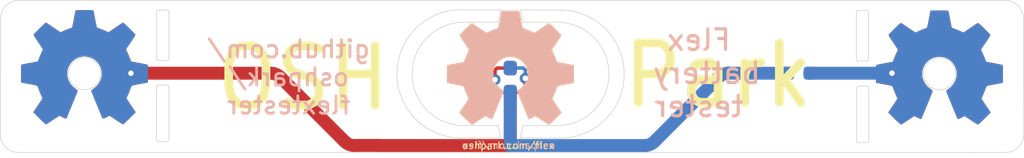
<source format=kicad_pcb>
(kicad_pcb (version 20201115) (generator pcbnew)
  (layers (0 "F.Cu" jumper) (31 "B.Cu" signal) (34 "B.Paste" user) (35 "F.Paste" user) (36 "B.SilkS" user "B.Silkscreen") (37 "F.SilkS" user "F.Silkscreen") (38 "B.Mask" user) (39 "F.Mask" user) (44 "Edge.Cuts" user))
  (net 0 "")
  (net 1 "GND")
  (net 2 "+3V3")
  (footprint "LED_SMD:LED_0603_1608Metric_Pad1.05x0.95mm_HandSolder" (layer "F.Cu") (at 153.21 96.03 90)
    (fp_text reference "D1" hide)
    (fp_text value "LED" hide)
    (pad "1" smd roundrect (at -0.875 0 90) (size 1.05 0.95) (layers "F.Cu" "F.Paste" "F.Mask") (net 1 "GND"))
    (pad "2" smd roundrect (at 0.875 0 90) (size 1.05 0.95) (layers "F.Cu" "F.Paste" "F.Mask") (net 2 "+3V3"))
  )
  (footprint "afterdark:OSHW-Logo2_14.6x12mm_Copper" (layer "F.Cu") (at 184.4218 96.5152)
    (fp_text reference "J2" hide)
    (fp_text value "Conn_01x01_Female" hide)
  )
  (footprint "afterdark:OSHW-Logo2_14.6x12mm_Copper" (layer "F.Cu") (at 122.2418 96.4952)
    (fp_text reference "J2" hide)
    (fp_text value "Conn_01x01_Female" hide)
    (fp_poly (pts (xy 0.209014 -5.547002) (xy 0.367006 -5.546137) (xy 0.481347 -5.543795) (xy 0.559407 -5.539238) (xy 0.608554 -5.53173) (xy 0.636159 -5.520534) (xy 0.649592 -5.504912) (xy 0.656221 -5.484127) (xy 0.656865 -5.481437) (xy 0.666935 -5.432887) (xy 0.685575 -5.337095) (xy 0.710845 -5.204257) (xy 0.740807 -5.044569) (xy 0.773522 -4.868226) (xy 0.774664 -4.862033) (xy 0.807433 -4.689218) (xy 0.838093 -4.536531) (xy 0.864664 -4.413129) (xy 0.885167 -4.328169) (xy 0.897626 -4.29081) (xy 0.89822 -4.290148) (xy 0.934919 -4.271905) (xy 1.010586 -4.241503) (xy 1.108878 -4.205507) (xy 1.109425 -4.205315) (xy 1.233233 -4.158778) (xy 1.379196 -4.099496) (xy 1.516781 -4.039891) (xy 1.523293 -4.036944) (xy 1.74739 -3.935235) (xy 2.243619 -4.274103) (xy 2.395846 -4.377408) (xy 2.533741 -4.469763) (xy 2.649315 -4.545916) (xy 2.734579 -4.600615) (xy 2.781544 -4.628607) (xy 2.786004 -4.630683) (xy 2.820134 -4.62144) (xy 2.883881 -4.576844) (xy 2.979731 -4.494791) (xy 3.110169 -4.373179) (xy 3.243328 -4.243795) (xy 3.371694 -4.116298) (xy 3.486581 -3.999954) (xy 3.581073 -3.901948) (xy 3.648253 -3.829464) (xy 3.681206 -3.789687) (xy 3.682432 -3.787639) (xy 3.686074 -3.760344) (xy 3.67235 -3.715766) (xy 3.637869 -3.647888) (xy 3.579239 -3.550689) (xy 3.49307 -3.418149) (xy 3.3782 -3.247524) (xy 3.276254 -3.097345) (xy 3.185123 -2.96265) (xy 3.110073 -2.85126) (xy 3.056369 -2.770995) (xy 3.02928 -2.729675) (xy 3.027574 -2.72687) (xy 3.030882 -2.687279) (xy 3.055953 -2.610331) (xy 3.097798 -2.510568) (xy 3.112712 -2.478709) (xy 3.177786 -2.336774) (xy 3.247212 -2.175727) (xy 3.303609 -2.036379) (xy 3.344247 -1.932956) (xy 3.376526 -1.854358) (xy 3.395178 -1.81328) (xy 3.397497 -1.810115) (xy 3.431803 -1.804872) (xy 3.512669 -1.790506) (xy 3.629343 -1.769063) (xy 3.771075 -1.742587) (xy 3.92711 -1.713123) (xy 4.086698 -1.682717) (xy 4.239085 -1.653412) (xy 4.373521 -1.627255) (xy 4.479252 -1.60629) (xy 4.545526 -1.592561) (xy 4.561782 -1.58868) (xy 4.578573 -1.5791) (xy 4.591249 -1.557464) (xy 4.600378 -1.516469) (xy 4.606531 -1.448811) (xy 4.61028 -1.347188) (xy 4.612192 -1.204297) (xy 4.61284 -1.012835) (xy 4.612874 -0.934355) (xy 4.612874 -0.296094) (xy 4.459598 -0.26584) (xy 4.374322 -0.249436) (xy 4.24707 -0.225491) (xy 4.093315 -0.196893) (xy 3.928534 -0.166533) (xy 3.882989 -0.158194) (xy 3.730932 -0.12863) (xy 3.598468 -0.099558) (xy 3.496714 -0.073671) (xy 3.436788 -0.053663) (xy 3.426805 -0.047699) (xy 3.402293 -0.005466) (xy 3.367148 0.07637) (xy 3.328173 0.181683) (xy 3.320442 0.204368) (xy 3.26936 0.345018) (xy 3.205954 0.503714) (xy 3.143904 0.646225) (xy 3.143598 0.646886) (xy 3.040267 0.87044) (xy 3.719961 1.870232) (xy 3.283621 2.3073) (xy 3.151649 2.437381) (xy 3.031279 2.552048) (xy 2.929273 2.645181) (xy 2.852391 2.710658) (xy 2.807393 2.742357) (xy 2.800938 2.744368) (xy 2.76304 2.728529) (xy 2.685708 2.684496) (xy 2.577389 2.61749) (xy 2.446532 2.532734) (xy 2.305052 2.437816) (xy 2.161461 2.340998) (xy 2.033435 2.256751) (xy 1.929105 2.190258) (xy 1.8566 2.146702) (xy 1.824158 2.131264) (xy 1.784576 2.144328) (xy 1.709519 2.17875) (xy 1.614468 2.22738) (xy 1.604392 2.232785) (xy 1.476391 2.29698) (xy 1.388618 2.328463) (xy 1.334028 2.328798) (xy 1.305575 2.299548) (xy 1.30541 2.299138) (xy 1.291188 2.264498) (xy 1.257269 2.182269) (xy 1.206284 2.058814) (xy 1.140862 1.900498) (xy 1.063634 1.713686) (xy 0.977229 1.504742) (xy 0.893551 1.302446) (xy 0.801588 1.0792) (xy 0.71715 0.872392) (xy 0.642769 0.688362) (xy 0.580974 0.533451) (xy 0.534297 0.413996) (xy 0.505268 0.336339) (xy 0.496322 0.307356) (xy 0.518756 0.27411) (xy 0.577439 0.221123) (xy 0.655689 0.162704) (xy 0.878534 -0.022048) (xy 1.052718 -0.233818) (xy 1.176154 -0.468144) (xy 1.246754 -0.720566) (xy 1.262431 -0.986623) (xy 1.251036 -1.109425) (xy 1.18895 -1.364207) (xy 1.082023 -1.589199) (xy 0.936889 -1.782183) (xy 0.760178 -1.940939) (xy 0.558522 -2.06325) (xy 0.338554 -2.146895) (xy 0.106906 -2.189656) (xy -0.129791 -2.189313) (xy -0.364905 -2.143648) (xy -0.591804 -2.050441) (xy -0.803856 -1.907473) (xy -0.892364 -1.826617) (xy -1.062111 -1.618993) (xy -1.180301 -1.392105) (xy -1.247722 -1.152567) (xy -1.26516 -0.906993) (xy -1.233402 -0.661997) (xy -1.153235 -0.424192) (xy -1.025445 -0.200193) (xy -0.85082 0.003387) (xy -0.655688 0.162704) (xy -0.574409 0.223602) (xy -0.516991 0.276015) (xy -0.496322 0.307406) (xy -0.507144 0.341639) (xy -0.537923 0.423419) (xy -0.586126 0.546407) (xy -0.649222 0.704263) (xy -0.724678 0.890649) (xy -0.809962 1.099226) (xy -0.893781 1.302496) (xy -0.986255 1.525933) (xy -1.071911 1.732984) (xy -1.148118 1.917286) (xy -1.212247 2.072475) (xy -1.261668 2.192188) (xy -1.293752 2.270061) (xy -1.305641 2.299138) (xy -1.333726 2.328677) (xy -1.388051 2.328591) (xy -1.475605 2.297326) (xy -1.603381 2.233329) (xy -1.604392 2.232785) (xy -1.700598 2.183121) (xy -1.778369 2.146945) (xy -1.822223 2.131408) (xy -1.824158 2.131264) (xy -1.857171 2.147024) (xy -1.930054 2.19085) (xy -2.034678 2.257557) (xy -2.16291 2.341964) (xy -2.305052 2.437816) (xy -2.449767 2.534867) (xy -2.580196 2.61927) (xy -2.68789 2.685801) (xy -2.764402 2.729238) (xy -2.800938 2.744368) (xy -2.834582 2.724482) (xy -2.902224 2.668903) (xy -2.997107 2.583754) (xy -3.11247 2.475153) (xy -3.241555 2.349221) (xy -3.283771 2.307149) (xy -3.720261 1.869931) (xy -3.388023 1.38234) (xy -3.287054 1.232605) (xy -3.198438 1.09822) (xy -3.127146 0.986969) (xy -3.07815 0.906639) (xy -3.056422 0.865014) (xy -3.055785 0.862053) (xy -3.06724 0.822818) (xy -3.098051 0.743895) (xy -3.142884 0.638509) (xy -3.174353 0.567954) (xy -3.233192 0.432876) (xy -3.288604 0.296409) (xy -3.331564 0.181103) (xy -3.343234 0.145977) (xy -3.376389 0.052174) (xy -3.408799 -0.020306) (xy -3.426601 -0.047699) (xy -3.465886 -0.064464) (xy -3.551626 -0.08823) (xy -3.672697 -0.116303) (xy -3.817973 -0.145991) (xy -3.882988 -0.158194) (xy -4.048087 -0.188532) (xy -4.206448 -0.217907) (xy -4.342596 -0.243431) (xy -4.441057 -0.262215) (xy -4.459598 -0.26584) (xy -4.612873 -0.296094) (xy -4.612873 -0.934355) (xy -4.612529 -1.14423) (xy -4.611116 -1.30302) (xy -4.608064 -1.418027) (xy -4.602803 -1.496554) (xy -4.594763 -1.545904) (xy -4.583373 -1.573381) (xy -4.568063 -1.586287) (xy -4.561782 -1.58868) (xy -4.523896 -1.597167) (xy -4.440195 -1.6141) (xy -4.321433 -1.637434) (xy -4.178361 -1.665125) (xy -4.021732 -1.695127) (xy -3.862297 -1.725396) (xy -3.710809 -1.753885) (xy -3.578019 -1.778551) (xy -3.474681 -1.797349) (xy -3.411545 -1.808233) (xy -3.397497 -1.810115) (xy -3.38477 -1.835296) (xy -3.3566 -1.902378) (xy -3.318252 -1.998667) (xy -3.303609 -2.036379) (xy -3.244548 -2.182079) (xy -3.175 -2.343049) (xy -3.112712 -2.478709) (xy -3.066879 -2.582439) (xy -3.036387 -2.667674) (xy -3.026208 -2.719874) (xy -3.027831 -2.72687) (xy -3.049343 -2.759898) (xy -3.098465 -2.833357) (xy -3.169923 -2.939423) (xy -3.258445 -3.070274) (xy -3.358759 -3.218088) (xy -3.378594 -3.247266) (xy -3.494988 -3.420137) (xy -3.580548 -3.551774) (xy -3.638684 -3.648239) (xy -3.672808 -3.715592) (xy -3.686331 -3.759894) (xy -3.682664 -3.787206) (xy -3.68257 -3.78738) (xy -3.653707 -3.823254) (xy -3.589867 -3.892609) (xy -3.497969 -3.988255) (xy -3.384933 -4.103001) (xy -3.257679 -4.229659) (xy -3.243328 -4.243795) (xy -3.082957 -4.399097) (xy -2.959195 -4.51313) (xy -2.869555 -4.587998) (xy -2.811552 -4.625804) (xy -2.786004 -4.630683) (xy -2.748718 -4.609397) (xy -2.671343 -4.560227) (xy -2.561867 -4.488425) (xy -2.42828 -4.399245) (xy -2.27857 -4.297937) (xy -2.243618 -4.274103) (xy -1.74739 -3.935235) (xy -1.523293 -4.036944) (xy -1.387011 -4.096217) (xy -1.240724 -4.15583) (xy -1.114965 -4.20336) (xy -1.109425 -4.205315) (xy -1.011057 -4.241323) (xy -0.935229 -4.271771) (xy -0.898282 -4.290095) (xy -0.89822 -4.290148) (xy -0.886496 -4.323271) (xy -0.866568 -4.404733) (xy -0.840413 -4.525375) (xy -0.81001 -4.676041) (xy -0.777337 -4.847572) (xy -0.774664 -4.862033) (xy -0.74189 -5.038765) (xy -0.711802 -5.19919) (xy -0.686339 -5.333112) (xy -0.667441 -5.430337) (xy -0.657047 -5.480668) (xy -0.656865 -5.481437) (xy -0.650539 -5.502847) (xy -0.638239 -5.519012) (xy -0.612594 -5.530669) (xy -0.566235 -5.538555) (xy -0.491792 -5.543407) (xy -0.381895 -5.545961) (xy -0.229175 -5.546955) (xy -0.026262 -5.547126) (xy 0 -5.547126) (xy 0.209014 -5.547002)) (layer "F.Cu") (width 0.01) (fill solid))
  )
  (footprint "afterdark:OSHW-Logo2_14.6x12mm_Copper" (layer "F.Cu") (at 153.22 96.54)
    (fp_text reference "J2" hide)
    (fp_text value "Conn_01x01_Female" hide)
  )
  (footprint "afterdark:OSHW-Logo2_14.6x12mm_Copper" (layer "F.Cu") (at 122.2418 96.4952)
    (fp_text reference "J2" hide)
    (fp_text value "Conn_01x01_Female" hide)
  )
  (footprint "afterdark:OSHW-Logo2_14.6x12mm_Copper" (layer "F.Cu") (at 184.4218 96.5152)
    (fp_text reference "J2" hide)
    (fp_text value "Conn_01x01_Female" hide)
    (fp_poly (pts (xy 0.209014 -5.547002) (xy 0.367006 -5.546137) (xy 0.481347 -5.543795) (xy 0.559407 -5.539238) (xy 0.608554 -5.53173) (xy 0.636159 -5.520534) (xy 0.649592 -5.504912) (xy 0.656221 -5.484127) (xy 0.656865 -5.481437) (xy 0.666935 -5.432887) (xy 0.685575 -5.337095) (xy 0.710845 -5.204257) (xy 0.740807 -5.044569) (xy 0.773522 -4.868226) (xy 0.774664 -4.862033) (xy 0.807433 -4.689218) (xy 0.838093 -4.536531) (xy 0.864664 -4.413129) (xy 0.885167 -4.328169) (xy 0.897626 -4.29081) (xy 0.89822 -4.290148) (xy 0.934919 -4.271905) (xy 1.010586 -4.241503) (xy 1.108878 -4.205507) (xy 1.109425 -4.205315) (xy 1.233233 -4.158778) (xy 1.379196 -4.099496) (xy 1.516781 -4.039891) (xy 1.523293 -4.036944) (xy 1.74739 -3.935235) (xy 2.243619 -4.274103) (xy 2.395846 -4.377408) (xy 2.533741 -4.469763) (xy 2.649315 -4.545916) (xy 2.734579 -4.600615) (xy 2.781544 -4.628607) (xy 2.786004 -4.630683) (xy 2.820134 -4.62144) (xy 2.883881 -4.576844) (xy 2.979731 -4.494791) (xy 3.110169 -4.373179) (xy 3.243328 -4.243795) (xy 3.371694 -4.116298) (xy 3.486581 -3.999954) (xy 3.581073 -3.901948) (xy 3.648253 -3.829464) (xy 3.681206 -3.789687) (xy 3.682432 -3.787639) (xy 3.686074 -3.760344) (xy 3.67235 -3.715766) (xy 3.637869 -3.647888) (xy 3.579239 -3.550689) (xy 3.49307 -3.418149) (xy 3.3782 -3.247524) (xy 3.276254 -3.097345) (xy 3.185123 -2.96265) (xy 3.110073 -2.85126) (xy 3.056369 -2.770995) (xy 3.02928 -2.729675) (xy 3.027574 -2.72687) (xy 3.030882 -2.687279) (xy 3.055953 -2.610331) (xy 3.097798 -2.510568) (xy 3.112712 -2.478709) (xy 3.177786 -2.336774) (xy 3.247212 -2.175727) (xy 3.303609 -2.036379) (xy 3.344247 -1.932956) (xy 3.376526 -1.854358) (xy 3.395178 -1.81328) (xy 3.397497 -1.810115) (xy 3.431803 -1.804872) (xy 3.512669 -1.790506) (xy 3.629343 -1.769063) (xy 3.771075 -1.742587) (xy 3.92711 -1.713123) (xy 4.086698 -1.682717) (xy 4.239085 -1.653412) (xy 4.373521 -1.627255) (xy 4.479252 -1.60629) (xy 4.545526 -1.592561) (xy 4.561782 -1.58868) (xy 4.578573 -1.5791) (xy 4.591249 -1.557464) (xy 4.600378 -1.516469) (xy 4.606531 -1.448811) (xy 4.61028 -1.347188) (xy 4.612192 -1.204297) (xy 4.61284 -1.012835) (xy 4.612874 -0.934355) (xy 4.612874 -0.296094) (xy 4.459598 -0.26584) (xy 4.374322 -0.249436) (xy 4.24707 -0.225491) (xy 4.093315 -0.196893) (xy 3.928534 -0.166533) (xy 3.882989 -0.158194) (xy 3.730932 -0.12863) (xy 3.598468 -0.099558) (xy 3.496714 -0.073671) (xy 3.436788 -0.053663) (xy 3.426805 -0.047699) (xy 3.402293 -0.005466) (xy 3.367148 0.07637) (xy 3.328173 0.181683) (xy 3.320442 0.204368) (xy 3.26936 0.345018) (xy 3.205954 0.503714) (xy 3.143904 0.646225) (xy 3.143598 0.646886) (xy 3.040267 0.87044) (xy 3.719961 1.870232) (xy 3.283621 2.3073) (xy 3.151649 2.437381) (xy 3.031279 2.552048) (xy 2.929273 2.645181) (xy 2.852391 2.710658) (xy 2.807393 2.742357) (xy 2.800938 2.744368) (xy 2.76304 2.728529) (xy 2.685708 2.684496) (xy 2.577389 2.61749) (xy 2.446532 2.532734) (xy 2.305052 2.437816) (xy 2.161461 2.340998) (xy 2.033435 2.256751) (xy 1.929105 2.190258) (xy 1.8566 2.146702) (xy 1.824158 2.131264) (xy 1.784576 2.144328) (xy 1.709519 2.17875) (xy 1.614468 2.22738) (xy 1.604392 2.232785) (xy 1.476391 2.29698) (xy 1.388618 2.328463) (xy 1.334028 2.328798) (xy 1.305575 2.299548) (xy 1.30541 2.299138) (xy 1.291188 2.264498) (xy 1.257269 2.182269) (xy 1.206284 2.058814) (xy 1.140862 1.900498) (xy 1.063634 1.713686) (xy 0.977229 1.504742) (xy 0.893551 1.302446) (xy 0.801588 1.0792) (xy 0.71715 0.872392) (xy 0.642769 0.688362) (xy 0.580974 0.533451) (xy 0.534297 0.413996) (xy 0.505268 0.336339) (xy 0.496322 0.307356) (xy 0.518756 0.27411) (xy 0.577439 0.221123) (xy 0.655689 0.162704) (xy 0.878534 -0.022048) (xy 1.052718 -0.233818) (xy 1.176154 -0.468144) (xy 1.246754 -0.720566) (xy 1.262431 -0.986623) (xy 1.251036 -1.109425) (xy 1.18895 -1.364207) (xy 1.082023 -1.589199) (xy 0.936889 -1.782183) (xy 0.760178 -1.940939) (xy 0.558522 -2.06325) (xy 0.338554 -2.146895) (xy 0.106906 -2.189656) (xy -0.129791 -2.189313) (xy -0.364905 -2.143648) (xy -0.591804 -2.050441) (xy -0.803856 -1.907473) (xy -0.892364 -1.826617) (xy -1.062111 -1.618993) (xy -1.180301 -1.392105) (xy -1.247722 -1.152567) (xy -1.26516 -0.906993) (xy -1.233402 -0.661997) (xy -1.153235 -0.424192) (xy -1.025445 -0.200193) (xy -0.85082 0.003387) (xy -0.655688 0.162704) (xy -0.574409 0.223602) (xy -0.516991 0.276015) (xy -0.496322 0.307406) (xy -0.507144 0.341639) (xy -0.537923 0.423419) (xy -0.586126 0.546407) (xy -0.649222 0.704263) (xy -0.724678 0.890649) (xy -0.809962 1.099226) (xy -0.893781 1.302496) (xy -0.986255 1.525933) (xy -1.071911 1.732984) (xy -1.148118 1.917286) (xy -1.212247 2.072475) (xy -1.261668 2.192188) (xy -1.293752 2.270061) (xy -1.305641 2.299138) (xy -1.333726 2.328677) (xy -1.388051 2.328591) (xy -1.475605 2.297326) (xy -1.603381 2.233329) (xy -1.604392 2.232785) (xy -1.700598 2.183121) (xy -1.778369 2.146945) (xy -1.822223 2.131408) (xy -1.824158 2.131264) (xy -1.857171 2.147024) (xy -1.930054 2.19085) (xy -2.034678 2.257557) (xy -2.16291 2.341964) (xy -2.305052 2.437816) (xy -2.449767 2.534867) (xy -2.580196 2.61927) (xy -2.68789 2.685801) (xy -2.764402 2.729238) (xy -2.800938 2.744368) (xy -2.834582 2.724482) (xy -2.902224 2.668903) (xy -2.997107 2.583754) (xy -3.11247 2.475153) (xy -3.241555 2.349221) (xy -3.283771 2.307149) (xy -3.720261 1.869931) (xy -3.388023 1.38234) (xy -3.287054 1.232605) (xy -3.198438 1.09822) (xy -3.127146 0.986969) (xy -3.07815 0.906639) (xy -3.056422 0.865014) (xy -3.055785 0.862053) (xy -3.06724 0.822818) (xy -3.098051 0.743895) (xy -3.142884 0.638509) (xy -3.174353 0.567954) (xy -3.233192 0.432876) (xy -3.288604 0.296409) (xy -3.331564 0.181103) (xy -3.343234 0.145977) (xy -3.376389 0.052174) (xy -3.408799 -0.020306) (xy -3.426601 -0.047699) (xy -3.465886 -0.064464) (xy -3.551626 -0.08823) (xy -3.672697 -0.116303) (xy -3.817973 -0.145991) (xy -3.882988 -0.158194) (xy -4.048087 -0.188532) (xy -4.206448 -0.217907) (xy -4.342596 -0.243431) (xy -4.441057 -0.262215) (xy -4.459598 -0.26584) (xy -4.612873 -0.296094) (xy -4.612873 -0.934355) (xy -4.612529 -1.14423) (xy -4.611116 -1.30302) (xy -4.608064 -1.418027) (xy -4.602803 -1.496554) (xy -4.594763 -1.545904) (xy -4.583373 -1.573381) (xy -4.568063 -1.586287) (xy -4.561782 -1.58868) (xy -4.523896 -1.597167) (xy -4.440195 -1.6141) (xy -4.321433 -1.637434) (xy -4.178361 -1.665125) (xy -4.021732 -1.695127) (xy -3.862297 -1.725396) (xy -3.710809 -1.753885) (xy -3.578019 -1.778551) (xy -3.474681 -1.797349) (xy -3.411545 -1.808233) (xy -3.397497 -1.810115) (xy -3.38477 -1.835296) (xy -3.3566 -1.902378) (xy -3.318252 -1.998667) (xy -3.303609 -2.036379) (xy -3.244548 -2.182079) (xy -3.175 -2.343049) (xy -3.112712 -2.478709) (xy -3.066879 -2.582439) (xy -3.036387 -2.667674) (xy -3.026208 -2.719874) (xy -3.027831 -2.72687) (xy -3.049343 -2.759898) (xy -3.098465 -2.833357) (xy -3.169923 -2.939423) (xy -3.258445 -3.070274) (xy -3.358759 -3.218088) (xy -3.378594 -3.247266) (xy -3.494988 -3.420137) (xy -3.580548 -3.551774) (xy -3.638684 -3.648239) (xy -3.672808 -3.715592) (xy -3.686331 -3.759894) (xy -3.682664 -3.787206) (xy -3.68257 -3.78738) (xy -3.653707 -3.823254) (xy -3.589867 -3.892609) (xy -3.497969 -3.988255) (xy -3.384933 -4.103001) (xy -3.257679 -4.229659) (xy -3.243328 -4.243795) (xy -3.082957 -4.399097) (xy -2.959195 -4.51313) (xy -2.869555 -4.587998) (xy -2.811552 -4.625804) (xy -2.786004 -4.630683) (xy -2.748718 -4.609397) (xy -2.671343 -4.560227) (xy -2.561867 -4.488425) (xy -2.42828 -4.399245) (xy -2.27857 -4.297937) (xy -2.243618 -4.274103) (xy -1.74739 -3.935235) (xy -1.523293 -4.036944) (xy -1.387011 -4.096217) (xy -1.240724 -4.15583) (xy -1.114965 -4.20336) (xy -1.109425 -4.205315) (xy -1.011057 -4.241323) (xy -0.935229 -4.271771) (xy -0.898282 -4.290095) (xy -0.89822 -4.290148) (xy -0.886496 -4.323271) (xy -0.866568 -4.404733) (xy -0.840413 -4.525375) (xy -0.81001 -4.676041) (xy -0.777337 -4.847572) (xy -0.774664 -4.862033) (xy -0.74189 -5.038765) (xy -0.711802 -5.19919) (xy -0.686339 -5.333112) (xy -0.667441 -5.430337) (xy -0.657047 -5.480668) (xy -0.656865 -5.481437) (xy -0.650539 -5.502847) (xy -0.638239 -5.519012) (xy -0.612594 -5.530669) (xy -0.566235 -5.538555) (xy -0.491792 -5.543407) (xy -0.381895 -5.545961) (xy -0.229175 -5.546955) (xy -0.026262 -5.547126) (xy 0 -5.547126) (xy 0.209014 -5.547002)) (layer "F.Cu") (width 0.01) (fill solid))
  )
  (footprint "LED_SMD:LED_0603_1608Metric_Pad1.05x0.95mm_HandSolder" (layer "B.Cu") (at 153.21 96.03 -90)
    (fp_text reference "D1" hide)
    (fp_text value "LED" hide)
    (pad "1" smd roundrect (at -0.875 0 270) (size 1.05 0.95) (layers "B.Cu" "B.Paste" "B.Mask") (net 1 "GND"))
    (pad "2" smd roundrect (at 0.875 0 270) (size 1.05 0.95) (layers "B.Cu" "B.Paste" "B.Mask") (net 2 "+3V3"))
  )
  (footprint "afterdark:OSHW-Logo2_14.6x12mm_Copper" (layer "B.Cu") (at 122.2418 96.4952 180)
    (fp_text reference "J2" hide)
    (fp_text value "Conn_01x01_Female" hide)
  )
  (footprint "afterdark:OSHW-Logo2_14.6x12mm_Copper" (layer "B.Cu") (at 184.4318 96.5152 180)
    (fp_text reference "J2" hide)
    (fp_text value "Conn_01x01_Female" hide)
  )
  (footprint "afterdark:OSHW-Logo2_14.6x12mm_Copper" (layer "B.Cu") (at 153.22 96.53 180)
    (fp_text reference "J2" hide)
    (fp_text value "Conn_01x01_Female" hide)
  )
  (footprint "afterdark:OSHW-Logo2_14.6x12mm_Copper" (layer "B.Cu") (at 184.4218 96.5152 180)
    (fp_text reference "J2" hide)
    (fp_text value "Conn_01x01_Female" hide)
    (fp_poly (pts (xy 0.209014 5.547002) (xy 0.367006 5.546137) (xy 0.481347 5.543795) (xy 0.559407 5.539238) (xy 0.608554 5.53173) (xy 0.636159 5.520534) (xy 0.649592 5.504912) (xy 0.656221 5.484127) (xy 0.656865 5.481437) (xy 0.666935 5.432887) (xy 0.685575 5.337095) (xy 0.710845 5.204257) (xy 0.740807 5.044569) (xy 0.773522 4.868226) (xy 0.774664 4.862033) (xy 0.807433 4.689218) (xy 0.838093 4.536531) (xy 0.864664 4.413129) (xy 0.885167 4.328169) (xy 0.897626 4.29081) (xy 0.89822 4.290148) (xy 0.934919 4.271905) (xy 1.010586 4.241503) (xy 1.108878 4.205507) (xy 1.109425 4.205315) (xy 1.233233 4.158778) (xy 1.379196 4.099496) (xy 1.516781 4.039891) (xy 1.523293 4.036944) (xy 1.74739 3.935235) (xy 2.243619 4.274103) (xy 2.395846 4.377408) (xy 2.533741 4.469763) (xy 2.649315 4.545916) (xy 2.734579 4.600615) (xy 2.781544 4.628607) (xy 2.786004 4.630683) (xy 2.820134 4.62144) (xy 2.883881 4.576844) (xy 2.979731 4.494791) (xy 3.110169 4.373179) (xy 3.243328 4.243795) (xy 3.371694 4.116298) (xy 3.486581 3.999954) (xy 3.581073 3.901948) (xy 3.648253 3.829464) (xy 3.681206 3.789687) (xy 3.682432 3.787639) (xy 3.686074 3.760344) (xy 3.67235 3.715766) (xy 3.637869 3.647888) (xy 3.579239 3.550689) (xy 3.49307 3.418149) (xy 3.3782 3.247524) (xy 3.276254 3.097345) (xy 3.185123 2.96265) (xy 3.110073 2.85126) (xy 3.056369 2.770995) (xy 3.02928 2.729675) (xy 3.027574 2.72687) (xy 3.030882 2.687279) (xy 3.055953 2.610331) (xy 3.097798 2.510568) (xy 3.112712 2.478709) (xy 3.177786 2.336774) (xy 3.247212 2.175727) (xy 3.303609 2.036379) (xy 3.344247 1.932956) (xy 3.376526 1.854358) (xy 3.395178 1.81328) (xy 3.397497 1.810115) (xy 3.431803 1.804872) (xy 3.512669 1.790506) (xy 3.629343 1.769063) (xy 3.771075 1.742587) (xy 3.92711 1.713123) (xy 4.086698 1.682717) (xy 4.239085 1.653412) (xy 4.373521 1.627255) (xy 4.479252 1.60629) (xy 4.545526 1.592561) (xy 4.561782 1.58868) (xy 4.578573 1.5791) (xy 4.591249 1.557464) (xy 4.600378 1.516469) (xy 4.606531 1.448811) (xy 4.61028 1.347188) (xy 4.612192 1.204297) (xy 4.61284 1.012835) (xy 4.612874 0.934355) (xy 4.612874 0.296094) (xy 4.459598 0.26584) (xy 4.374322 0.249436) (xy 4.24707 0.225491) (xy 4.093315 0.196893) (xy 3.928534 0.166533) (xy 3.882989 0.158194) (xy 3.730932 0.12863) (xy 3.598468 0.099558) (xy 3.496714 0.073671) (xy 3.436788 0.053663) (xy 3.426805 0.047699) (xy 3.402293 0.005466) (xy 3.367148 -0.07637) (xy 3.328173 -0.181683) (xy 3.320442 -0.204368) (xy 3.26936 -0.345018) (xy 3.205954 -0.503714) (xy 3.143904 -0.646225) (xy 3.143598 -0.646886) (xy 3.040267 -0.87044) (xy 3.719961 -1.870232) (xy 3.283621 -2.3073) (xy 3.151649 -2.437381) (xy 3.031279 -2.552048) (xy 2.929273 -2.645181) (xy 2.852391 -2.710658) (xy 2.807393 -2.742357) (xy 2.800938 -2.744368) (xy 2.76304 -2.728529) (xy 2.685708 -2.684496) (xy 2.577389 -2.61749) (xy 2.446532 -2.532734) (xy 2.305052 -2.437816) (xy 2.161461 -2.340998) (xy 2.033435 -2.256751) (xy 1.929105 -2.190258) (xy 1.8566 -2.146702) (xy 1.824158 -2.131264) (xy 1.784576 -2.144328) (xy 1.709519 -2.17875) (xy 1.614468 -2.22738) (xy 1.604392 -2.232785) (xy 1.476391 -2.29698) (xy 1.388618 -2.328463) (xy 1.334028 -2.328798) (xy 1.305575 -2.299548) (xy 1.30541 -2.299138) (xy 1.291188 -2.264498) (xy 1.257269 -2.182269) (xy 1.206284 -2.058814) (xy 1.140862 -1.900498) (xy 1.063634 -1.713686) (xy 0.977229 -1.504742) (xy 0.893551 -1.302446) (xy 0.801588 -1.0792) (xy 0.71715 -0.872392) (xy 0.642769 -0.688362) (xy 0.580974 -0.533451) (xy 0.534297 -0.413996) (xy 0.505268 -0.336339) (xy 0.496322 -0.307356) (xy 0.518756 -0.27411) (xy 0.577439 -0.221123) (xy 0.655689 -0.162704) (xy 0.878534 0.022048) (xy 1.052718 0.233818) (xy 1.176154 0.468144) (xy 1.246754 0.720566) (xy 1.262431 0.986623) (xy 1.251036 1.109425) (xy 1.18895 1.364207) (xy 1.082023 1.589199) (xy 0.936889 1.782183) (xy 0.760178 1.940939) (xy 0.558522 2.06325) (xy 0.338554 2.146895) (xy 0.106906 2.189656) (xy -0.129791 2.189313) (xy -0.364905 2.143648) (xy -0.591804 2.050441) (xy -0.803856 1.907473) (xy -0.892364 1.826617) (xy -1.062111 1.618993) (xy -1.180301 1.392105) (xy -1.247722 1.152567) (xy -1.26516 0.906993) (xy -1.233402 0.661997) (xy -1.153235 0.424192) (xy -1.025445 0.200193) (xy -0.85082 -0.003387) (xy -0.655688 -0.162704) (xy -0.574409 -0.223602) (xy -0.516991 -0.276015) (xy -0.496322 -0.307406) (xy -0.507144 -0.341639) (xy -0.537923 -0.423419) (xy -0.586126 -0.546407) (xy -0.649222 -0.704263) (xy -0.724678 -0.890649) (xy -0.809962 -1.099226) (xy -0.893781 -1.302496) (xy -0.986255 -1.525933) (xy -1.071911 -1.732984) (xy -1.148118 -1.917286) (xy -1.212247 -2.072475) (xy -1.261668 -2.192188) (xy -1.293752 -2.270061) (xy -1.305641 -2.299138) (xy -1.333726 -2.328677) (xy -1.388051 -2.328591) (xy -1.475605 -2.297326) (xy -1.603381 -2.233329) (xy -1.604392 -2.232785) (xy -1.700598 -2.183121) (xy -1.778369 -2.146945) (xy -1.822223 -2.131408) (xy -1.824158 -2.131264) (xy -1.857171 -2.147024) (xy -1.930054 -2.19085) (xy -2.034678 -2.257557) (xy -2.16291 -2.341964) (xy -2.305052 -2.437816) (xy -2.449767 -2.534867) (xy -2.580196 -2.61927) (xy -2.68789 -2.685801) (xy -2.764402 -2.729238) (xy -2.800938 -2.744368) (xy -2.834582 -2.724482) (xy -2.902224 -2.668903) (xy -2.997107 -2.583754) (xy -3.11247 -2.475153) (xy -3.241555 -2.349221) (xy -3.283771 -2.307149) (xy -3.720261 -1.869931) (xy -3.388023 -1.38234) (xy -3.287054 -1.232605) (xy -3.198438 -1.09822) (xy -3.127146 -0.986969) (xy -3.07815 -0.906639) (xy -3.056422 -0.865014) (xy -3.055785 -0.862053) (xy -3.06724 -0.822818) (xy -3.098051 -0.743895) (xy -3.142884 -0.638509) (xy -3.174353 -0.567954) (xy -3.233192 -0.432876) (xy -3.288604 -0.296409) (xy -3.331564 -0.181103) (xy -3.343234 -0.145977) (xy -3.376389 -0.052174) (xy -3.408799 0.020306) (xy -3.426601 0.047699) (xy -3.465886 0.064464) (xy -3.551626 0.08823) (xy -3.672697 0.116303) (xy -3.817973 0.145991) (xy -3.882988 0.158194) (xy -4.048087 0.188532) (xy -4.206448 0.217907) (xy -4.342596 0.243431) (xy -4.441057 0.262215) (xy -4.459598 0.26584) (xy -4.612873 0.296094) (xy -4.612873 0.934355) (xy -4.612529 1.14423) (xy -4.611116 1.30302) (xy -4.608064 1.418027) (xy -4.602803 1.496554) (xy -4.594763 1.545904) (xy -4.583373 1.573381) (xy -4.568063 1.586287) (xy -4.561782 1.58868) (xy -4.523896 1.597167) (xy -4.440195 1.6141) (xy -4.321433 1.637434) (xy -4.178361 1.665125) (xy -4.021732 1.695127) (xy -3.862297 1.725396) (xy -3.710809 1.753885) (xy -3.578019 1.778551) (xy -3.474681 1.797349) (xy -3.411545 1.808233) (xy -3.397497 1.810115) (xy -3.38477 1.835296) (xy -3.3566 1.902378) (xy -3.318252 1.998667) (xy -3.303609 2.036379) (xy -3.244548 2.182079) (xy -3.175 2.343049) (xy -3.112712 2.478709) (xy -3.066879 2.582439) (xy -3.036387 2.667674) (xy -3.026208 2.719874) (xy -3.027831 2.72687) (xy -3.049343 2.759898) (xy -3.098465 2.833357) (xy -3.169923 2.939423) (xy -3.258445 3.070274) (xy -3.358759 3.218088) (xy -3.378594 3.247266) (xy -3.494988 3.420137) (xy -3.580548 3.551774) (xy -3.638684 3.648239) (xy -3.672808 3.715592) (xy -3.686331 3.759894) (xy -3.682664 3.787206) (xy -3.68257 3.78738) (xy -3.653707 3.823254) (xy -3.589867 3.892609) (xy -3.497969 3.988255) (xy -3.384933 4.103001) (xy -3.257679 4.229659) (xy -3.243328 4.243795) (xy -3.082957 4.399097) (xy -2.959195 4.51313) (xy -2.869555 4.587998) (xy -2.811552 4.625804) (xy -2.786004 4.630683) (xy -2.748718 4.609397) (xy -2.671343 4.560227) (xy -2.561867 4.488425) (xy -2.42828 4.399245) (xy -2.27857 4.297937) (xy -2.243618 4.274103) (xy -1.74739 3.935235) (xy -1.523293 4.036944) (xy -1.387011 4.096217) (xy -1.240724 4.15583) (xy -1.114965 4.20336) (xy -1.109425 4.205315) (xy -1.011057 4.241323) (xy -0.935229 4.271771) (xy -0.898282 4.290095) (xy -0.89822 4.290148) (xy -0.886496 4.323271) (xy -0.866568 4.404733) (xy -0.840413 4.525375) (xy -0.81001 4.676041) (xy -0.777337 4.847572) (xy -0.774664 4.862033) (xy -0.74189 5.038765) (xy -0.711802 5.19919) (xy -0.686339 5.333112) (xy -0.667441 5.430337) (xy -0.657047 5.480668) (xy -0.656865 5.481437) (xy -0.650539 5.502847) (xy -0.638239 5.519012) (xy -0.612594 5.530669) (xy -0.566235 5.538555) (xy -0.491792 5.543407) (xy -0.381895 5.545961) (xy -0.229175 5.546955) (xy -0.026262 5.547126) (xy 0 5.547126) (xy 0.209014 5.547002)) (layer "B.Cu") (width 0.01) (fill solid))
  )
  (footprint "Resistor_SMD:R_0603_1608Metric" (layer "B.Cu") (at 174.1932 95.5294)
    (fp_text reference "REF**" hide)
    (fp_text value "R_0603" hide)
    (pad "1" smd roundrect (at -0.7875 0) (size 0.875 0.95) (layers "B.Cu" "B.Paste" "B.Mask"))
    (pad "2" smd roundrect (at 0.7875 0) (size 0.875 0.95) (layers "B.Cu" "B.Paste" "B.Mask") (net 2 "+3V3"))
  )
  (footprint "afterdark:OSHW-Logo2_14.6x12mm_Copper" (layer "B.Cu") (at 122.2418 96.4952 180)
    (fp_text reference "J2" hide)
    (fp_text value "Conn_01x01_Female" hide)
    (fp_poly (pts (xy 0.209014 5.547002) (xy 0.367006 5.546137) (xy 0.481347 5.543795) (xy 0.559407 5.539238) (xy 0.608554 5.53173) (xy 0.636159 5.520534) (xy 0.649592 5.504912) (xy 0.656221 5.484127) (xy 0.656865 5.481437) (xy 0.666935 5.432887) (xy 0.685575 5.337095) (xy 0.710845 5.204257) (xy 0.740807 5.044569) (xy 0.773522 4.868226) (xy 0.774664 4.862033) (xy 0.807433 4.689218) (xy 0.838093 4.536531) (xy 0.864664 4.413129) (xy 0.885167 4.328169) (xy 0.897626 4.29081) (xy 0.89822 4.290148) (xy 0.934919 4.271905) (xy 1.010586 4.241503) (xy 1.108878 4.205507) (xy 1.109425 4.205315) (xy 1.233233 4.158778) (xy 1.379196 4.099496) (xy 1.516781 4.039891) (xy 1.523293 4.036944) (xy 1.74739 3.935235) (xy 2.243619 4.274103) (xy 2.395846 4.377408) (xy 2.533741 4.469763) (xy 2.649315 4.545916) (xy 2.734579 4.600615) (xy 2.781544 4.628607) (xy 2.786004 4.630683) (xy 2.820134 4.62144) (xy 2.883881 4.576844) (xy 2.979731 4.494791) (xy 3.110169 4.373179) (xy 3.243328 4.243795) (xy 3.371694 4.116298) (xy 3.486581 3.999954) (xy 3.581073 3.901948) (xy 3.648253 3.829464) (xy 3.681206 3.789687) (xy 3.682432 3.787639) (xy 3.686074 3.760344) (xy 3.67235 3.715766) (xy 3.637869 3.647888) (xy 3.579239 3.550689) (xy 3.49307 3.418149) (xy 3.3782 3.247524) (xy 3.276254 3.097345) (xy 3.185123 2.96265) (xy 3.110073 2.85126) (xy 3.056369 2.770995) (xy 3.02928 2.729675) (xy 3.027574 2.72687) (xy 3.030882 2.687279) (xy 3.055953 2.610331) (xy 3.097798 2.510568) (xy 3.112712 2.478709) (xy 3.177786 2.336774) (xy 3.247212 2.175727) (xy 3.303609 2.036379) (xy 3.344247 1.932956) (xy 3.376526 1.854358) (xy 3.395178 1.81328) (xy 3.397497 1.810115) (xy 3.431803 1.804872) (xy 3.512669 1.790506) (xy 3.629343 1.769063) (xy 3.771075 1.742587) (xy 3.92711 1.713123) (xy 4.086698 1.682717) (xy 4.239085 1.653412) (xy 4.373521 1.627255) (xy 4.479252 1.60629) (xy 4.545526 1.592561) (xy 4.561782 1.58868) (xy 4.578573 1.5791) (xy 4.591249 1.557464) (xy 4.600378 1.516469) (xy 4.606531 1.448811) (xy 4.61028 1.347188) (xy 4.612192 1.204297) (xy 4.61284 1.012835) (xy 4.612874 0.934355) (xy 4.612874 0.296094) (xy 4.459598 0.26584) (xy 4.374322 0.249436) (xy 4.24707 0.225491) (xy 4.093315 0.196893) (xy 3.928534 0.166533) (xy 3.882989 0.158194) (xy 3.730932 0.12863) (xy 3.598468 0.099558) (xy 3.496714 0.073671) (xy 3.436788 0.053663) (xy 3.426805 0.047699) (xy 3.402293 0.005466) (xy 3.367148 -0.07637) (xy 3.328173 -0.181683) (xy 3.320442 -0.204368) (xy 3.26936 -0.345018) (xy 3.205954 -0.503714) (xy 3.143904 -0.646225) (xy 3.143598 -0.646886) (xy 3.040267 -0.87044) (xy 3.719961 -1.870232) (xy 3.283621 -2.3073) (xy 3.151649 -2.437381) (xy 3.031279 -2.552048) (xy 2.929273 -2.645181) (xy 2.852391 -2.710658) (xy 2.807393 -2.742357) (xy 2.800938 -2.744368) (xy 2.76304 -2.728529) (xy 2.685708 -2.684496) (xy 2.577389 -2.61749) (xy 2.446532 -2.532734) (xy 2.305052 -2.437816) (xy 2.161461 -2.340998) (xy 2.033435 -2.256751) (xy 1.929105 -2.190258) (xy 1.8566 -2.146702) (xy 1.824158 -2.131264) (xy 1.784576 -2.144328) (xy 1.709519 -2.17875) (xy 1.614468 -2.22738) (xy 1.604392 -2.232785) (xy 1.476391 -2.29698) (xy 1.388618 -2.328463) (xy 1.334028 -2.328798) (xy 1.305575 -2.299548) (xy 1.30541 -2.299138) (xy 1.291188 -2.264498) (xy 1.257269 -2.182269) (xy 1.206284 -2.058814) (xy 1.140862 -1.900498) (xy 1.063634 -1.713686) (xy 0.977229 -1.504742) (xy 0.893551 -1.302446) (xy 0.801588 -1.0792) (xy 0.71715 -0.872392) (xy 0.642769 -0.688362) (xy 0.580974 -0.533451) (xy 0.534297 -0.413996) (xy 0.505268 -0.336339) (xy 0.496322 -0.307356) (xy 0.518756 -0.27411) (xy 0.577439 -0.221123) (xy 0.655689 -0.162704) (xy 0.878534 0.022048) (xy 1.052718 0.233818) (xy 1.176154 0.468144) (xy 1.246754 0.720566) (xy 1.262431 0.986623) (xy 1.251036 1.109425) (xy 1.18895 1.364207) (xy 1.082023 1.589199) (xy 0.936889 1.782183) (xy 0.760178 1.940939) (xy 0.558522 2.06325) (xy 0.338554 2.146895) (xy 0.106906 2.189656) (xy -0.129791 2.189313) (xy -0.364905 2.143648) (xy -0.591804 2.050441) (xy -0.803856 1.907473) (xy -0.892364 1.826617) (xy -1.062111 1.618993) (xy -1.180301 1.392105) (xy -1.247722 1.152567) (xy -1.26516 0.906993) (xy -1.233402 0.661997) (xy -1.153235 0.424192) (xy -1.025445 0.200193) (xy -0.85082 -0.003387) (xy -0.655688 -0.162704) (xy -0.574409 -0.223602) (xy -0.516991 -0.276015) (xy -0.496322 -0.307406) (xy -0.507144 -0.341639) (xy -0.537923 -0.423419) (xy -0.586126 -0.546407) (xy -0.649222 -0.704263) (xy -0.724678 -0.890649) (xy -0.809962 -1.099226) (xy -0.893781 -1.302496) (xy -0.986255 -1.525933) (xy -1.071911 -1.732984) (xy -1.148118 -1.917286) (xy -1.212247 -2.072475) (xy -1.261668 -2.192188) (xy -1.293752 -2.270061) (xy -1.305641 -2.299138) (xy -1.333726 -2.328677) (xy -1.388051 -2.328591) (xy -1.475605 -2.297326) (xy -1.603381 -2.233329) (xy -1.604392 -2.232785) (xy -1.700598 -2.183121) (xy -1.778369 -2.146945) (xy -1.822223 -2.131408) (xy -1.824158 -2.131264) (xy -1.857171 -2.147024) (xy -1.930054 -2.19085) (xy -2.034678 -2.257557) (xy -2.16291 -2.341964) (xy -2.305052 -2.437816) (xy -2.449767 -2.534867) (xy -2.580196 -2.61927) (xy -2.68789 -2.685801) (xy -2.764402 -2.729238) (xy -2.800938 -2.744368) (xy -2.834582 -2.724482) (xy -2.902224 -2.668903) (xy -2.997107 -2.583754) (xy -3.11247 -2.475153) (xy -3.241555 -2.349221) (xy -3.283771 -2.307149) (xy -3.720261 -1.869931) (xy -3.388023 -1.38234) (xy -3.287054 -1.232605) (xy -3.198438 -1.09822) (xy -3.127146 -0.986969) (xy -3.07815 -0.906639) (xy -3.056422 -0.865014) (xy -3.055785 -0.862053) (xy -3.06724 -0.822818) (xy -3.098051 -0.743895) (xy -3.142884 -0.638509) (xy -3.174353 -0.567954) (xy -3.233192 -0.432876) (xy -3.288604 -0.296409) (xy -3.331564 -0.181103) (xy -3.343234 -0.145977) (xy -3.376389 -0.052174) (xy -3.408799 0.020306) (xy -3.426601 0.047699) (xy -3.465886 0.064464) (xy -3.551626 0.08823) (xy -3.672697 0.116303) (xy -3.817973 0.145991) (xy -3.882988 0.158194) (xy -4.048087 0.188532) (xy -4.206448 0.217907) (xy -4.342596 0.243431) (xy -4.441057 0.262215) (xy -4.459598 0.26584) (xy -4.612873 0.296094) (xy -4.612873 0.934355) (xy -4.612529 1.14423) (xy -4.611116 1.30302) (xy -4.608064 1.418027) (xy -4.602803 1.496554) (xy -4.594763 1.545904) (xy -4.583373 1.573381) (xy -4.568063 1.586287) (xy -4.561782 1.58868) (xy -4.523896 1.597167) (xy -4.440195 1.6141) (xy -4.321433 1.637434) (xy -4.178361 1.665125) (xy -4.021732 1.695127) (xy -3.862297 1.725396) (xy -3.710809 1.753885) (xy -3.578019 1.778551) (xy -3.474681 1.797349) (xy -3.411545 1.808233) (xy -3.397497 1.810115) (xy -3.38477 1.835296) (xy -3.3566 1.902378) (xy -3.318252 1.998667) (xy -3.303609 2.036379) (xy -3.244548 2.182079) (xy -3.175 2.343049) (xy -3.112712 2.478709) (xy -3.066879 2.582439) (xy -3.036387 2.667674) (xy -3.026208 2.719874) (xy -3.027831 2.72687) (xy -3.049343 2.759898) (xy -3.098465 2.833357) (xy -3.169923 2.939423) (xy -3.258445 3.070274) (xy -3.358759 3.218088) (xy -3.378594 3.247266) (xy -3.494988 3.420137) (xy -3.580548 3.551774) (xy -3.638684 3.648239) (xy -3.672808 3.715592) (xy -3.686331 3.759894) (xy -3.682664 3.787206) (xy -3.68257 3.78738) (xy -3.653707 3.823254) (xy -3.589867 3.892609) (xy -3.497969 3.988255) (xy -3.384933 4.103001) (xy -3.257679 4.229659) (xy -3.243328 4.243795) (xy -3.082957 4.399097) (xy -2.959195 4.51313) (xy -2.869555 4.587998) (xy -2.811552 4.625804) (xy -2.786004 4.630683) (xy -2.748718 4.609397) (xy -2.671343 4.560227) (xy -2.561867 4.488425) (xy -2.42828 4.399245) (xy -2.27857 4.297937) (xy -2.243618 4.274103) (xy -1.74739 3.935235) (xy -1.523293 4.036944) (xy -1.387011 4.096217) (xy -1.240724 4.15583) (xy -1.114965 4.20336) (xy -1.109425 4.205315) (xy -1.011057 4.241323) (xy -0.935229 4.271771) (xy -0.898282 4.290095) (xy -0.89822 4.290148) (xy -0.886496 4.323271) (xy -0.866568 4.404733) (xy -0.840413 4.525375) (xy -0.81001 4.676041) (xy -0.777337 4.847572) (xy -0.774664 4.862033) (xy -0.74189 5.038765) (xy -0.711802 5.19919) (xy -0.686339 5.333112) (xy -0.667441 5.430337) (xy -0.657047 5.480668) (xy -0.656865 5.481437) (xy -0.650539 5.502847) (xy -0.638239 5.519012) (xy -0.612594 5.530669) (xy -0.566235 5.538555) (xy -0.491792 5.543407) (xy -0.381895 5.545961) (xy -0.229175 5.546955) (xy -0.026262 5.547126) (xy 0 5.547126) (xy 0.209014 5.547002)) (layer "B.Cu") (width 0.01) (fill solid))
  )
  (gr_line (start 120.9421 101.28758) (end 117.43714 101.28758) (layer "Edge.Cuts") (width 0.05))
  (gr_line (start 184.70118 101.28758) (end 120.9421 101.28758) (layer "Edge.Cuts") (width 0.05))
  (gr_arc (start 117.43714 99.972866) (end 117.43714 101.28758) (angle 90) (layer "Edge.Cuts") (width 0.05))
  (gr_line (start 116.145286 91.545674) (end 116.122426 99.972866) (layer "Edge.Cuts") (width 0.05))
  (gr_arc (start 128.248603 91.064197) (end 128.248603 90.937197) (angle 90) (layer "Edge.Cuts") (width 0.05))
  (gr_circle (center 122.2418 95.5554) (end 123.4102 95.5554) (layer "Edge.Cuts") (width 0.05) (fill none))
  (gr_line (start 153.925 100.242032) (end 156.8325 100.25184) (layer "Edge.Cuts") (width 0.05))
  (gr_line (start 178.396697 100.448704) (end 178.396697 96.600104) (layer "Edge.Cuts") (width 0.05))
  (gr_arc (start 149.625 95.575) (end 149.625 100.235096) (angle 180) (layer "Edge.Cuts") (width 0.05))
  (gr_arc (start 178.523697 100.448704) (end 178.523697 100.575704) (angle 90) (layer "Edge.Cuts") (width 0.05))
  (gr_line (start 184.72404 90.23096) (end 189.22 90.23) (layer "Edge.Cuts") (width 0.05))
  (gr_arc (start 178.5042 94.511704) (end 178.5042 94.638704) (angle 90) (layer "Edge.Cuts") (width 0.05))
  (gr_arc (start 178.523697 96.600104) (end 178.396697 96.600104) (angle 90) (layer "Edge.Cuts") (width 0.05))
  (gr_line (start 128.3728 96.5257) (end 128.3728 100.3743) (layer "Edge.Cuts") (width 0.05))
  (gr_line (start 127.617 96.3987) (end 128.2458 96.3987) (layer "Edge.Cuts") (width 0.05))
  (gr_line (start 154.15 99.341648) (end 153.925 100.242032) (layer "Edge.Cuts") (width 0.05))
  (gr_line (start 190.534714 91.544714) (end 190.557574 99.971906) (layer "Edge.Cuts") (width 0.05))
  (gr_arc (start 127.617 96.5257) (end 127.49 96.5257) (angle 90) (layer "Edge.Cuts") (width 0.05))
  (gr_arc (start 127.619803 91.064197) (end 127.492803 91.064197) (angle 90) (layer "Edge.Cuts") (width 0.05))
  (gr_arc (start 156.6275 95.583324) (end 156.6275 91.825) (angle 180) (layer "Edge.Cuts") (width 0.05))
  (gr_arc (start 149.83 95.58342) (end 149.83 99.341744) (angle 180) (layer "Edge.Cuts") (width 0.05))
  (gr_line (start 178.5042 90.965901) (end 179.133 90.965901) (layer "Edge.Cuts") (width 0.05))
  (gr_line (start 128.2458 100.5013) (end 127.617 100.5013) (layer "Edge.Cuts") (width 0.05))
  (gr_line (start 153.925 90.92184) (end 156.8325 90.931648) (layer "Edge.Cuts") (width 0.05))
  (gr_line (start 127.492803 94.483) (end 127.492803 91.064197) (layer "Edge.Cuts") (width 0.05))
  (gr_line (start 183.89854 90.23096) (end 184.72404 90.23096) (layer "Edge.Cuts") (width 0.05))
  (gr_arc (start 127.619803 94.483) (end 127.619803 94.61) (angle 90) (layer "Edge.Cuts") (width 0.05))
  (gr_line (start 152.3075 99.341744) (end 152.5325 100.244904) (layer "Edge.Cuts") (width 0.05))
  (gr_line (start 127.619803 90.937197) (end 128.248603 90.937197) (layer "Edge.Cuts") (width 0.05))
  (gr_arc (start 128.248603 94.483) (end 128.375603 94.483) (angle 90) (layer "Edge.Cuts") (width 0.05))
  (gr_arc (start 189.22 91.544714) (end 189.22 90.23) (angle 90) (layer "Edge.Cuts") (width 0.05))
  (gr_arc (start 127.617 100.3743) (end 127.617 100.5013) (angle 90) (layer "Edge.Cuts") (width 0.05))
  (gr_arc (start 156.8325 95.591744) (end 156.8325 90.931648) (angle 180) (layer "Edge.Cuts") (width 0.05))
  (gr_line (start 184.70118 101.28758) (end 186.28 101.294714) (layer "Edge.Cuts") (width 0.05))
  (gr_line (start 117.46 90.23096) (end 183.89854 90.23096) (layer "Edge.Cuts") (width 0.05))
  (gr_line (start 149.83 99.341744) (end 152.3075 99.341744) (layer "Edge.Cuts") (width 0.05))
  (gr_line (start 154.15 91.825) (end 153.925 90.92184) (layer "Edge.Cuts") (width 0.05))
  (gr_circle (center 184.4316 95.57) (end 185.6 95.57) (layer "Edge.Cuts") (width 0.05) (fill none))
  (gr_arc (start 179.133 94.511704) (end 179.26 94.511704) (angle 90) (layer "Edge.Cuts") (width 0.05))
  (gr_line (start 152.3075 91.825096) (end 152.5325 90.924712) (layer "Edge.Cuts") (width 0.05))
  (gr_line (start 156.6275 91.825) (end 154.15 91.825) (layer "Edge.Cuts") (width 0.05))
  (gr_line (start 152.5325 90.924712) (end 149.625 90.914904) (layer "Edge.Cuts") (width 0.05))
  (gr_line (start 128.375603 91.064197) (end 128.375603 94.483) (layer "Edge.Cuts") (width 0.05))
  (gr_line (start 178.3772 94.511704) (end 178.3772 91.092901) (layer "Edge.Cuts") (width 0.05))
  (gr_arc (start 117.46 91.545674) (end 117.46 90.23096) (angle -90) (layer "Edge.Cuts") (width 0.05))
  (gr_arc (start 179.152497 96.600104) (end 179.152497 96.473104) (angle 90) (layer "Edge.Cuts") (width 0.05))
  (gr_arc (start 179.152497 100.448704) (end 179.279497 100.448704) (angle 90) (layer "Edge.Cuts") (width 0.05))
  (gr_line (start 179.133 94.638704) (end 178.5042 94.638704) (layer "Edge.Cuts") (width 0.05))
  (gr_arc (start 179.133 91.092901) (end 179.133 90.965901) (angle 90) (layer "Edge.Cuts") (width 0.05))
  (gr_line (start 186.28 101.294714) (end 189.24286 101.28662) (layer "Edge.Cuts") (width 0.05))
  (gr_line (start 152.3075 91.825096) (end 149.83 91.825096) (layer "Edge.Cuts") (width 0.05))
  (gr_line (start 179.26 91.092901) (end 179.26 94.511704) (layer "Edge.Cuts") (width 0.05))
  (gr_arc (start 178.5042 91.092901) (end 178.3772 91.092901) (angle 90) (layer "Edge.Cuts") (width 0.05))
  (gr_line (start 154.15 99.341648) (end 156.6275 99.341648) (layer "Edge.Cuts") (width 0.05))
  (gr_line (start 178.523697 96.473104) (end 179.152497 96.473104) (layer "Edge.Cuts") (width 0.05))
  (gr_line (start 152.5325 100.244904) (end 149.625 100.235096) (layer "Edge.Cuts") (width 0.05))
  (gr_line (start 179.279497 96.600104) (end 179.279497 100.448704) (layer "Edge.Cuts") (width 0.05))
  (gr_arc (start 128.2458 96.5257) (end 128.2458 96.3987) (angle 90) (layer "Edge.Cuts") (width 0.05))
  (gr_arc (start 189.24286 99.971906) (end 189.24286 101.28662) (angle -90) (layer "Edge.Cuts") (width 0.05))
  (gr_line (start 128.248603 94.61) (end 127.619803 94.61) (layer "Edge.Cuts") (width 0.05))
  (gr_line (start 179.152497 100.575704) (end 178.523697 100.575704) (layer "Edge.Cuts") (width 0.05))
  (gr_line (start 127.49 100.3743) (end 127.49 96.5257) (layer "Edge.Cuts") (width 0.05))
  (gr_arc (start 128.2458 100.3743) (end 128.3728 100.3743) (angle 90) (layer "Edge.Cuts") (width 0.05))
  (gr_text "github.com/\noshpark/\nflextester" (at 137.09 95.82) (layer "B.SilkS") (effects (font (size 1.27 1.27) (thickness 0.2032)) (justify mirror)))
  (gr_text "oshpark.com/flex" (at 153.1112 100.76307) (layer "B.SilkS") (effects (font (size 0.508 0.508) (thickness 0.0762)) (justify mirror)))
  (gr_text "Flex\nbattery \ntester" (at 166.93 95.53) (layer "B.SilkS") (effects (font (size 1.5 1.5) (thickness 0.2286)) (justify mirror)))
  (gr_text "OSH" (at 138.1506 95.885) (layer "F.SilkS") (effects (font (size 4.318 4.064) (thickness 0.635))))
  (gr_text "Park" (at 168.3258 95.6818) (layer "F.SilkS") (effects (font (size 4.318 4.064) (thickness 0.635))))
  (gr_text "oshpark.com/flex" (at 153.0604 100.7872) (layer "F.SilkS") (effects (font (size 0.508 0.508) (thickness 0.0762))))
  (segment (start 125.62 95.53) (end 125.6206 95.5294) (width 0.25) (layer "F.Cu") (net 1))
  (segment (start 141.85 100.78) (end 143.635858 100.78) (width 0.9398) (layer "F.Cu") (net 1))
  (segment (start 153.21 100.79) (end 143.65 100.79) (width 0.9398) (layer "F.Cu") (net 1))
  (segment (start 154.3 96.7) (end 154.095 96.905) (width 0.25) (layer "F.Cu") (net 1))
  (segment (start 135.3394 95.5294) (end 135.3388 95.53) (width 0.25) (layer "F.Cu") (net 1))
  (segment (start 125.62 95.53) (end 135.785786 95.53) (width 0.9398) (layer "F.Cu") (net 1))
  (segment (start 136.492893 95.822893) (end 141.167107 100.497107) (width 0.9398) (layer "F.Cu") (net 1))
  (segment (start 153.21 96.85) (end 153.21 100.79) (width 0.9398) (layer "F.Cu") (net 1))
  (segment (start 154.3 95.9) (end 154.3 96.7) (width 0.25) (layer "F.Cu") (net 1))
  (segment (start 154.095 96.905) (end 153.21 96.905) (width 0.25) (layer "F.Cu") (net 1))
  (via (at 125.62 95.53) (size 0.8) (drill 0.4) (layers "F.Cu" "B.Cu") (net 1))
  (via (at 154.3 95.9) (size 0.8) (drill 0.4) (layers "F.Cu" "B.Cu") (net 1))
  (arc (start 141.167107 100.497107) (mid 141.49153 100.71388) (end 141.874213 100.79) (width 0.9398) (layer "F.Cu") (net 1))
  (arc (start 135.785786 95.53) (mid 136.168469 95.60612) (end 136.492893 95.822893) (width 0.9398) (layer "F.Cu") (net 1))
  (arc (start 143.635858 100.78) (mid 143.639685 100.780761) (end 143.642929 100.782929) (width 0.9398) (layer "F.Cu") (net 1))
  (segment (start 154.3 95.3) (end 154.3 95.9) (width 0.25) (layer "B.Cu") (net 1))
  (segment (start 153.21 95.155) (end 154.155 95.155) (width 0.25) (layer "B.Cu") (net 1))
  (segment (start 154.155 95.155) (end 154.3 95.3) (width 0.25) (layer "B.Cu") (net 1))
  (segment (start 152.1 95.3) (end 152.1 96) (width 0.25) (layer "F.Cu") (net 2))
  (segment (start 153.21 95.155) (end 152.245 95.155) (width 0.25) (layer "F.Cu") (net 2))
  (segment (start 152.245 95.155) (end 152.1 95.3) (width 0.25) (layer "F.Cu") (net 2))
  (via (at 180.9674 95.5246) (size 0.8) (drill 0.4) (layers "F.Cu" "B.Cu") (net 2))
  (via (at 152.1 96) (size 0.8) (drill 0.4) (layers "F.Cu" "B.Cu") (net 2))
  (segment (start 152.1 96.7) (end 152.305 96.905) (width 0.25) (layer "B.Cu") (net 2))
  (segment (start 163.692893 100.497107) (end 168.367707 95.822293) (width 0.9398) (layer "B.Cu") (net 2))
  (segment (start 173.4057 95.5294) (end 169.061754 95.5294) (width 0.9398) (layer "B.Cu") (net 2))
  (segment (start 153.21 100.79) (end 162.985786 100.79) (width 0.9398) (layer "B.Cu") (net 2))
  (segment (start 153.21 100.79) (end 153.21 96.85) (width 0.9398) (layer "B.Cu") (net 2))
  (segment (start 152.305 96.905) (end 153.21 96.905) (width 0.25) (layer "B.Cu") (net 2))
  (segment (start 152.1 96) (end 152.1 96.7) (width 0.25) (layer "B.Cu") (net 2))
  (segment (start 180.9626 95.5294) (end 180.9674 95.5246) (width 0.9398) (layer "B.Cu") (net 2))
  (segment (start 174.9807 95.5294) (end 180.9626 95.5294) (width 0.9398) (layer "B.Cu") (net 2))
  (arc (start 162.985786 100.79) (mid 163.368469 100.71388) (end 163.692893 100.497107) (width 0.9398) (layer "B.Cu") (net 2))
  (arc (start 169.061754 95.5294) (mid 169.05958 95.528967) (end 169.057736 95.527736) (width 0.9398) (layer "B.Cu") (net 2))
  (arc (start 168.367707 95.822293) (mid 168.69213 95.60552) (end 169.074813 95.5294) (width 0.9398) (layer "B.Cu") (net 2))
  (arc (start 169.053718 95.523718) (mid 169.060011 95.527923) (end 169.067435 95.5294) (width 0.9398) (layer "B.Cu") (net 2))
)
</source>
